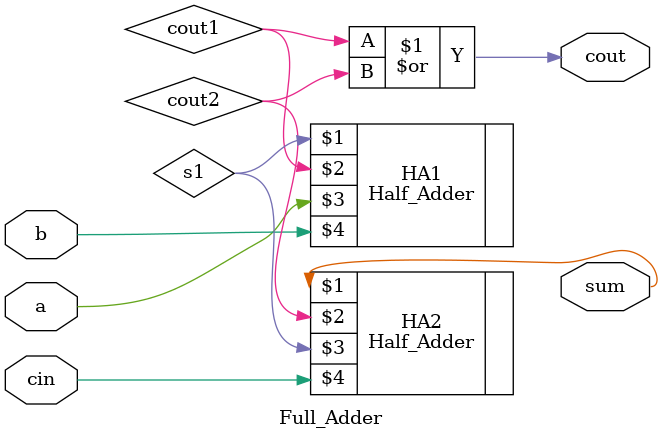
<source format=v>
/* Dependencies: Half_Adder */
module Full_Adder(sum, cout, a, b, cin);
	input a, b, cin;
	output sum, cout;
	wire s1, cout1, cout2;

	Half_Adder HA1(s1, cout1, a, b);
	Half_Adder HA2(sum, cout2, s1, cin);
	or(cout,cout1,cout2);
endmodule

</source>
